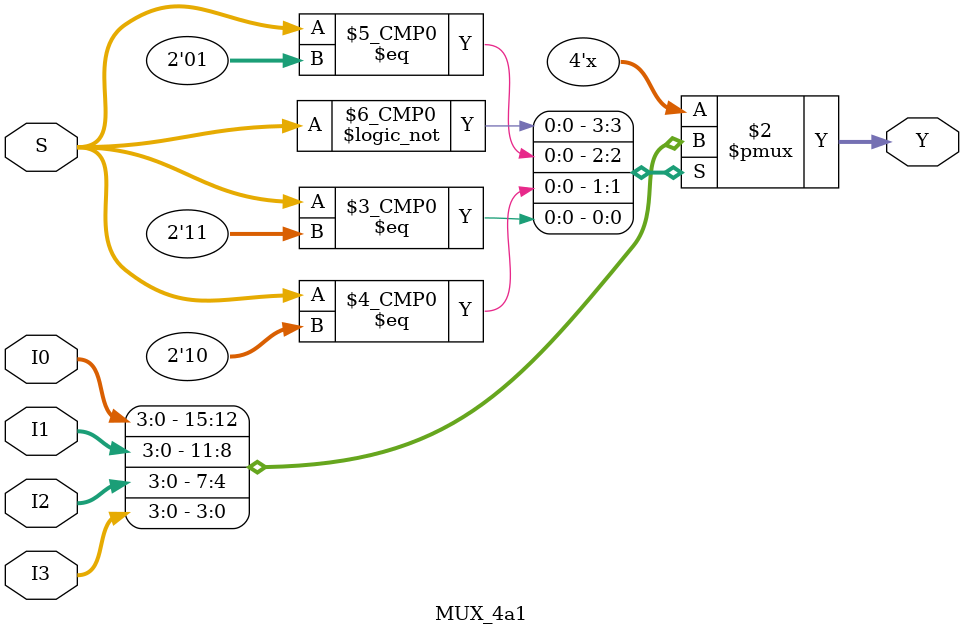
<source format=v>
`timescale 1ns / 1ps
module MUX_4a1(
input wire [3:0]I0,I1,I2,I3,
input wire [1:0]S,
output reg [3:0]Y
);

always @(S,I0,I1,I2,I3)
      case (S)
         2'b00: Y = I0;
         2'b01: Y = I1;
         2'b10: Y = I2;
         2'b11: Y = I3;
      endcase
endmodule

</source>
